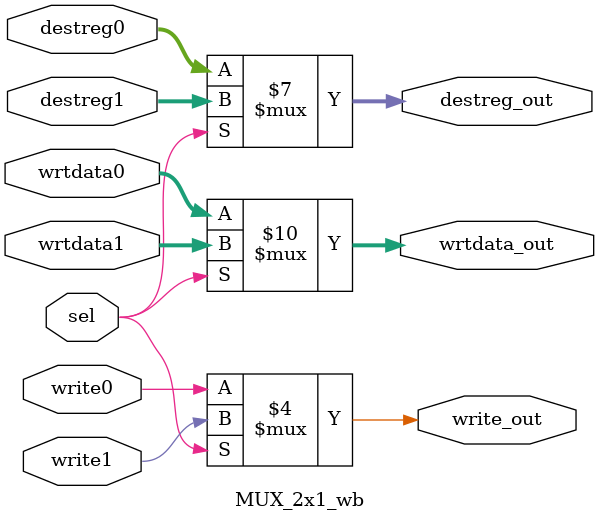
<source format=v>
`timescale 1ns / 1ps


module MUX_2x1_wb(
    input  [7:0] wrtdata0,  // write data from normal pipeline
    input  [2:0] destreg0,  // dest reg from normal pipeline
    input        write0,    // write enable from normal pipeline
    input  [7:0] wrtdata1,  // write data from Matrix_Output
    input  [2:0] destreg1,  // dest reg from Matrix_Output
    input        write1,    // write enable from Matrix_Output
    input        sel,       // 0 = pipeline, 1 = matrix output
    output reg [7:0] wrtdata_out,
    output reg [2:0] destreg_out,
    output reg       write_out
);

always @(*) begin
    if (sel == 1'b1) begin
        wrtdata_out = wrtdata1;
        destreg_out = destreg1;
        write_out   = write1;
    end else begin
        wrtdata_out = wrtdata0;
        destreg_out = destreg0;
        write_out   = write0;
    end
end

endmodule


</source>
